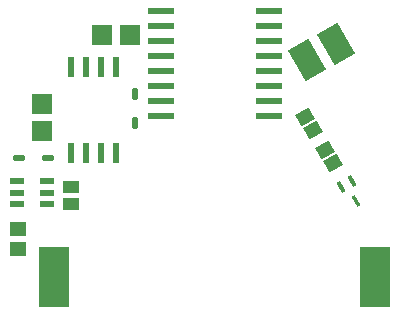
<source format=gbr>
G04*
G04 #@! TF.GenerationSoftware,Altium Limited,Altium Designer,22.4.2 (48)*
G04*
G04 Layer_Color=8421504*
%FSLAX45Y45*%
%MOMM*%
G71*
G04*
G04 #@! TF.SameCoordinates,A1ACB9CE-F43E-4389-816B-9D06E944576F*
G04*
G04*
G04 #@! TF.FilePolarity,Positive*
G04*
G01*
G75*
G04:AMPARAMS|DCode=15|XSize=2mm|YSize=3mm|CornerRadius=0mm|HoleSize=0mm|Usage=FLASHONLY|Rotation=30.000|XOffset=0mm|YOffset=0mm|HoleType=Round|Shape=Rectangle|*
%AMROTATEDRECTD15*
4,1,4,-0.11603,-1.79904,-1.61603,0.79904,0.11603,1.79904,1.61603,-0.79904,-0.11603,-1.79904,0.0*
%
%ADD15ROTATEDRECTD15*%

%ADD16R,2.20000X0.60000*%
%ADD17R,2.60000X5.08000*%
%ADD18R,1.80620X1.75395*%
%ADD19R,1.35000X1.00000*%
G04:AMPARAMS|DCode=20|XSize=1.21mm|YSize=0.58mm|CornerRadius=0.0725mm|HoleSize=0mm|Usage=FLASHONLY|Rotation=0.000|XOffset=0mm|YOffset=0mm|HoleType=Round|Shape=RoundedRectangle|*
%AMROUNDEDRECTD20*
21,1,1.21000,0.43500,0,0,0.0*
21,1,1.06500,0.58000,0,0,0.0*
1,1,0.14500,0.53250,-0.21750*
1,1,0.14500,-0.53250,-0.21750*
1,1,0.14500,-0.53250,0.21750*
1,1,0.14500,0.53250,0.21750*
%
%ADD20ROUNDEDRECTD20*%
%ADD21R,1.47000X1.16000*%
G04:AMPARAMS|DCode=22|XSize=1.71mm|YSize=0.58mm|CornerRadius=0.0725mm|HoleSize=0mm|Usage=FLASHONLY|Rotation=90.000|XOffset=0mm|YOffset=0mm|HoleType=Round|Shape=RoundedRectangle|*
%AMROUNDEDRECTD22*
21,1,1.71000,0.43500,0,0,90.0*
21,1,1.56500,0.58000,0,0,90.0*
1,1,0.14500,0.21750,0.78250*
1,1,0.14500,0.21750,-0.78250*
1,1,0.14500,-0.21750,-0.78250*
1,1,0.14500,-0.21750,0.78250*
%
%ADD22ROUNDEDRECTD22*%
G04:AMPARAMS|DCode=23|XSize=1.04mm|YSize=0.46mm|CornerRadius=0.115mm|HoleSize=0mm|Usage=FLASHONLY|Rotation=90.000|XOffset=0mm|YOffset=0mm|HoleType=Round|Shape=RoundedRectangle|*
%AMROUNDEDRECTD23*
21,1,1.04000,0.23000,0,0,90.0*
21,1,0.81000,0.46000,0,0,90.0*
1,1,0.23000,0.11500,0.40500*
1,1,0.23000,0.11500,-0.40500*
1,1,0.23000,-0.11500,-0.40500*
1,1,0.23000,-0.11500,0.40500*
%
%ADD23ROUNDEDRECTD23*%
G04:AMPARAMS|DCode=24|XSize=1.04mm|YSize=0.46mm|CornerRadius=0.115mm|HoleSize=0mm|Usage=FLASHONLY|Rotation=180.000|XOffset=0mm|YOffset=0mm|HoleType=Round|Shape=RoundedRectangle|*
%AMROUNDEDRECTD24*
21,1,1.04000,0.23000,0,0,180.0*
21,1,0.81000,0.46000,0,0,180.0*
1,1,0.23000,-0.40500,0.11500*
1,1,0.23000,0.40500,0.11500*
1,1,0.23000,0.40500,-0.11500*
1,1,0.23000,-0.40500,-0.11500*
%
%ADD24ROUNDEDRECTD24*%
G04:AMPARAMS|DCode=25|XSize=1.1055mm|YSize=1.30822mm|CornerRadius=0mm|HoleSize=0mm|Usage=FLASHONLY|Rotation=120.000|XOffset=0mm|YOffset=0mm|HoleType=Round|Shape=Rectangle|*
%AMROTATEDRECTD25*
4,1,4,0.84285,-0.15164,-0.29010,-0.80575,-0.84285,0.15164,0.29010,0.80575,0.84285,-0.15164,0.0*
%
%ADD25ROTATEDRECTD25*%

G04:AMPARAMS|DCode=26|XSize=1.016mm|YSize=0.3048mm|CornerRadius=0mm|HoleSize=0mm|Usage=FLASHONLY|Rotation=300.000|XOffset=0mm|YOffset=0mm|HoleType=Round|Shape=Rectangle|*
%AMROTATEDRECTD26*
4,1,4,-0.38598,0.36374,-0.12202,0.51614,0.38598,-0.36374,0.12202,-0.51614,-0.38598,0.36374,0.0*
%
%ADD26ROTATEDRECTD26*%

G04:AMPARAMS|DCode=27|XSize=1.016mm|YSize=0.3556mm|CornerRadius=0mm|HoleSize=0mm|Usage=FLASHONLY|Rotation=300.000|XOffset=0mm|YOffset=0mm|HoleType=Round|Shape=Rectangle|*
%AMROTATEDRECTD27*
4,1,4,-0.40798,0.35104,-0.10002,0.52884,0.40798,-0.35104,0.10002,-0.52884,-0.40798,0.35104,0.0*
%
%ADD27ROTATEDRECTD27*%

%ADD28R,1.75395X1.80620*%
D15*
X3218744Y3560000D02*
D03*
X2976256Y3420000D02*
D03*
D16*
X1737100Y2946400D02*
D03*
Y3073400D02*
D03*
X2657100Y3835400D02*
D03*
X1737100Y3708400D02*
D03*
X2657100D02*
D03*
Y3454400D02*
D03*
X1737100Y3835400D02*
D03*
X2657100Y3581400D02*
D03*
X1737100D02*
D03*
Y3454400D02*
D03*
Y3200400D02*
D03*
X2657100Y3327400D02*
D03*
Y3200400D02*
D03*
Y2946400D02*
D03*
X1737100Y3327400D02*
D03*
X2657100Y3073400D02*
D03*
D17*
X838100Y1587500D02*
D03*
X3556100D02*
D03*
D18*
X736600Y3051312D02*
D03*
Y2816088D02*
D03*
D19*
X977900Y2348300D02*
D03*
Y2198300D02*
D03*
D20*
X773200Y2203700D02*
D03*
Y2298700D02*
D03*
Y2393700D02*
D03*
X522200Y2203700D02*
D03*
Y2298700D02*
D03*
Y2393700D02*
D03*
D21*
X533400Y1817000D02*
D03*
Y1993000D02*
D03*
D22*
X977900Y2634200D02*
D03*
X1104900D02*
D03*
X1231900D02*
D03*
X1358900D02*
D03*
Y3360200D02*
D03*
X1231900D02*
D03*
X1104900D02*
D03*
X977900D02*
D03*
D23*
X1524000Y3128900D02*
D03*
Y2890900D02*
D03*
D24*
X541400Y2590800D02*
D03*
X779400D02*
D03*
D25*
X3128482Y2662075D02*
D03*
X3196118Y2544925D02*
D03*
X3031018Y2824325D02*
D03*
X2963382Y2941475D02*
D03*
D26*
X3393440Y2228309D02*
D03*
D27*
X3268166Y2343691D02*
D03*
X3356154Y2394491D02*
D03*
D28*
X1476512Y3632200D02*
D03*
X1241288D02*
D03*
M02*

</source>
